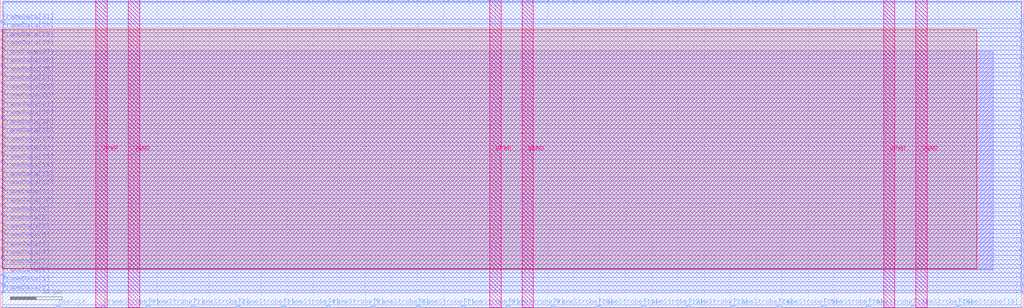
<source format=lef>
VERSION 5.7 ;
  NOWIREEXTENSIONATPIN ON ;
  DIVIDERCHAR "/" ;
  BUSBITCHARS "[]" ;
MACRO S_term_DSP
  CLASS BLOCK ;
  FOREIGN S_term_DSP ;
  ORIGIN 0.000 0.000 ;
  SIZE 196.320 BY 59.220 ;
  PIN FrameData[0]
    DIRECTION INPUT ;
    USE SIGNAL ;
    ANTENNAGATEAREA 0.180700 ;
    PORT
      LAYER Metal2 ;
        RECT 0.000 2.740 0.450 3.140 ;
    END
  END FrameData[0]
  PIN FrameData[10]
    DIRECTION INPUT ;
    USE SIGNAL ;
    ANTENNAGATEAREA 0.180700 ;
    PORT
      LAYER Metal2 ;
        RECT 0.000 19.540 0.450 19.940 ;
    END
  END FrameData[10]
  PIN FrameData[11]
    DIRECTION INPUT ;
    USE SIGNAL ;
    ANTENNAGATEAREA 0.180700 ;
    PORT
      LAYER Metal2 ;
        RECT 0.000 21.220 0.450 21.620 ;
    END
  END FrameData[11]
  PIN FrameData[12]
    DIRECTION INPUT ;
    USE SIGNAL ;
    ANTENNAGATEAREA 0.180700 ;
    PORT
      LAYER Metal2 ;
        RECT 0.000 22.900 0.450 23.300 ;
    END
  END FrameData[12]
  PIN FrameData[13]
    DIRECTION INPUT ;
    USE SIGNAL ;
    ANTENNAGATEAREA 0.180700 ;
    PORT
      LAYER Metal2 ;
        RECT 0.000 24.580 0.450 24.980 ;
    END
  END FrameData[13]
  PIN FrameData[14]
    DIRECTION INPUT ;
    USE SIGNAL ;
    ANTENNAGATEAREA 0.180700 ;
    PORT
      LAYER Metal2 ;
        RECT 0.000 26.260 0.450 26.660 ;
    END
  END FrameData[14]
  PIN FrameData[15]
    DIRECTION INPUT ;
    USE SIGNAL ;
    ANTENNAGATEAREA 0.180700 ;
    PORT
      LAYER Metal2 ;
        RECT 0.000 27.940 0.450 28.340 ;
    END
  END FrameData[15]
  PIN FrameData[16]
    DIRECTION INPUT ;
    USE SIGNAL ;
    ANTENNAGATEAREA 0.180700 ;
    PORT
      LAYER Metal2 ;
        RECT 0.000 29.620 0.450 30.020 ;
    END
  END FrameData[16]
  PIN FrameData[17]
    DIRECTION INPUT ;
    USE SIGNAL ;
    ANTENNAGATEAREA 0.180700 ;
    PORT
      LAYER Metal2 ;
        RECT 0.000 31.300 0.450 31.700 ;
    END
  END FrameData[17]
  PIN FrameData[18]
    DIRECTION INPUT ;
    USE SIGNAL ;
    ANTENNAGATEAREA 0.180700 ;
    PORT
      LAYER Metal2 ;
        RECT 0.000 32.980 0.450 33.380 ;
    END
  END FrameData[18]
  PIN FrameData[19]
    DIRECTION INPUT ;
    USE SIGNAL ;
    ANTENNAGATEAREA 0.180700 ;
    PORT
      LAYER Metal2 ;
        RECT 0.000 34.660 0.450 35.060 ;
    END
  END FrameData[19]
  PIN FrameData[1]
    DIRECTION INPUT ;
    USE SIGNAL ;
    ANTENNAGATEAREA 0.180700 ;
    PORT
      LAYER Metal2 ;
        RECT 0.000 4.420 0.450 4.820 ;
    END
  END FrameData[1]
  PIN FrameData[20]
    DIRECTION INPUT ;
    USE SIGNAL ;
    ANTENNAGATEAREA 0.180700 ;
    PORT
      LAYER Metal2 ;
        RECT 0.000 36.340 0.450 36.740 ;
    END
  END FrameData[20]
  PIN FrameData[21]
    DIRECTION INPUT ;
    USE SIGNAL ;
    ANTENNAGATEAREA 0.180700 ;
    PORT
      LAYER Metal2 ;
        RECT 0.000 38.020 0.450 38.420 ;
    END
  END FrameData[21]
  PIN FrameData[22]
    DIRECTION INPUT ;
    USE SIGNAL ;
    ANTENNAGATEAREA 0.180700 ;
    PORT
      LAYER Metal2 ;
        RECT 0.000 39.700 0.450 40.100 ;
    END
  END FrameData[22]
  PIN FrameData[23]
    DIRECTION INPUT ;
    USE SIGNAL ;
    ANTENNAGATEAREA 0.180700 ;
    PORT
      LAYER Metal2 ;
        RECT 0.000 41.380 0.450 41.780 ;
    END
  END FrameData[23]
  PIN FrameData[24]
    DIRECTION INPUT ;
    USE SIGNAL ;
    ANTENNAGATEAREA 0.180700 ;
    PORT
      LAYER Metal2 ;
        RECT 0.000 43.060 0.450 43.460 ;
    END
  END FrameData[24]
  PIN FrameData[25]
    DIRECTION INPUT ;
    USE SIGNAL ;
    ANTENNAGATEAREA 0.180700 ;
    PORT
      LAYER Metal2 ;
        RECT 0.000 44.740 0.450 45.140 ;
    END
  END FrameData[25]
  PIN FrameData[26]
    DIRECTION INPUT ;
    USE SIGNAL ;
    ANTENNAGATEAREA 0.180700 ;
    PORT
      LAYER Metal2 ;
        RECT 0.000 46.420 0.450 46.820 ;
    END
  END FrameData[26]
  PIN FrameData[27]
    DIRECTION INPUT ;
    USE SIGNAL ;
    ANTENNAGATEAREA 0.180700 ;
    PORT
      LAYER Metal2 ;
        RECT 0.000 48.100 0.450 48.500 ;
    END
  END FrameData[27]
  PIN FrameData[28]
    DIRECTION INPUT ;
    USE SIGNAL ;
    ANTENNAGATEAREA 0.180700 ;
    PORT
      LAYER Metal2 ;
        RECT 0.000 49.780 0.450 50.180 ;
    END
  END FrameData[28]
  PIN FrameData[29]
    DIRECTION INPUT ;
    USE SIGNAL ;
    ANTENNAGATEAREA 0.180700 ;
    PORT
      LAYER Metal2 ;
        RECT 0.000 51.460 0.450 51.860 ;
    END
  END FrameData[29]
  PIN FrameData[2]
    DIRECTION INPUT ;
    USE SIGNAL ;
    ANTENNAGATEAREA 0.180700 ;
    PORT
      LAYER Metal2 ;
        RECT 0.000 6.100 0.450 6.500 ;
    END
  END FrameData[2]
  PIN FrameData[30]
    DIRECTION INPUT ;
    USE SIGNAL ;
    ANTENNAGATEAREA 0.180700 ;
    PORT
      LAYER Metal2 ;
        RECT 0.000 53.140 0.450 53.540 ;
    END
  END FrameData[30]
  PIN FrameData[31]
    DIRECTION INPUT ;
    USE SIGNAL ;
    ANTENNAGATEAREA 0.180700 ;
    PORT
      LAYER Metal2 ;
        RECT 0.000 54.820 0.450 55.220 ;
    END
  END FrameData[31]
  PIN FrameData[3]
    DIRECTION INPUT ;
    USE SIGNAL ;
    ANTENNAGATEAREA 0.180700 ;
    PORT
      LAYER Metal2 ;
        RECT 0.000 7.780 0.450 8.180 ;
    END
  END FrameData[3]
  PIN FrameData[4]
    DIRECTION INPUT ;
    USE SIGNAL ;
    ANTENNAGATEAREA 0.180700 ;
    PORT
      LAYER Metal2 ;
        RECT 0.000 9.460 0.450 9.860 ;
    END
  END FrameData[4]
  PIN FrameData[5]
    DIRECTION INPUT ;
    USE SIGNAL ;
    ANTENNAGATEAREA 0.180700 ;
    PORT
      LAYER Metal2 ;
        RECT 0.000 11.140 0.450 11.540 ;
    END
  END FrameData[5]
  PIN FrameData[6]
    DIRECTION INPUT ;
    USE SIGNAL ;
    ANTENNAGATEAREA 0.180700 ;
    PORT
      LAYER Metal2 ;
        RECT 0.000 12.820 0.450 13.220 ;
    END
  END FrameData[6]
  PIN FrameData[7]
    DIRECTION INPUT ;
    USE SIGNAL ;
    ANTENNAGATEAREA 0.180700 ;
    PORT
      LAYER Metal2 ;
        RECT 0.000 14.500 0.450 14.900 ;
    END
  END FrameData[7]
  PIN FrameData[8]
    DIRECTION INPUT ;
    USE SIGNAL ;
    ANTENNAGATEAREA 0.180700 ;
    PORT
      LAYER Metal2 ;
        RECT 0.000 16.180 0.450 16.580 ;
    END
  END FrameData[8]
  PIN FrameData[9]
    DIRECTION INPUT ;
    USE SIGNAL ;
    ANTENNAGATEAREA 0.180700 ;
    PORT
      LAYER Metal2 ;
        RECT 0.000 17.860 0.450 18.260 ;
    END
  END FrameData[9]
  PIN FrameData_O[0]
    DIRECTION OUTPUT ;
    USE SIGNAL ;
    ANTENNADIFFAREA 0.654800 ;
    PORT
      LAYER Metal2 ;
        RECT 195.870 2.740 196.320 3.140 ;
    END
  END FrameData_O[0]
  PIN FrameData_O[10]
    DIRECTION OUTPUT ;
    USE SIGNAL ;
    ANTENNADIFFAREA 0.654800 ;
    PORT
      LAYER Metal2 ;
        RECT 195.870 19.540 196.320 19.940 ;
    END
  END FrameData_O[10]
  PIN FrameData_O[11]
    DIRECTION OUTPUT ;
    USE SIGNAL ;
    ANTENNADIFFAREA 0.654800 ;
    PORT
      LAYER Metal2 ;
        RECT 195.870 21.220 196.320 21.620 ;
    END
  END FrameData_O[11]
  PIN FrameData_O[12]
    DIRECTION OUTPUT ;
    USE SIGNAL ;
    ANTENNADIFFAREA 0.654800 ;
    PORT
      LAYER Metal2 ;
        RECT 195.870 22.900 196.320 23.300 ;
    END
  END FrameData_O[12]
  PIN FrameData_O[13]
    DIRECTION OUTPUT ;
    USE SIGNAL ;
    ANTENNADIFFAREA 0.654800 ;
    PORT
      LAYER Metal2 ;
        RECT 195.870 24.580 196.320 24.980 ;
    END
  END FrameData_O[13]
  PIN FrameData_O[14]
    DIRECTION OUTPUT ;
    USE SIGNAL ;
    ANTENNADIFFAREA 0.654800 ;
    PORT
      LAYER Metal2 ;
        RECT 195.870 26.260 196.320 26.660 ;
    END
  END FrameData_O[14]
  PIN FrameData_O[15]
    DIRECTION OUTPUT ;
    USE SIGNAL ;
    ANTENNADIFFAREA 0.654800 ;
    PORT
      LAYER Metal2 ;
        RECT 195.870 27.940 196.320 28.340 ;
    END
  END FrameData_O[15]
  PIN FrameData_O[16]
    DIRECTION OUTPUT ;
    USE SIGNAL ;
    ANTENNADIFFAREA 0.654800 ;
    PORT
      LAYER Metal2 ;
        RECT 195.870 29.620 196.320 30.020 ;
    END
  END FrameData_O[16]
  PIN FrameData_O[17]
    DIRECTION OUTPUT ;
    USE SIGNAL ;
    ANTENNADIFFAREA 0.654800 ;
    PORT
      LAYER Metal2 ;
        RECT 195.870 31.300 196.320 31.700 ;
    END
  END FrameData_O[17]
  PIN FrameData_O[18]
    DIRECTION OUTPUT ;
    USE SIGNAL ;
    ANTENNADIFFAREA 0.654800 ;
    PORT
      LAYER Metal2 ;
        RECT 195.870 32.980 196.320 33.380 ;
    END
  END FrameData_O[18]
  PIN FrameData_O[19]
    DIRECTION OUTPUT ;
    USE SIGNAL ;
    ANTENNADIFFAREA 0.654800 ;
    PORT
      LAYER Metal2 ;
        RECT 195.870 34.660 196.320 35.060 ;
    END
  END FrameData_O[19]
  PIN FrameData_O[1]
    DIRECTION OUTPUT ;
    USE SIGNAL ;
    ANTENNADIFFAREA 0.654800 ;
    PORT
      LAYER Metal2 ;
        RECT 195.870 4.420 196.320 4.820 ;
    END
  END FrameData_O[1]
  PIN FrameData_O[20]
    DIRECTION OUTPUT ;
    USE SIGNAL ;
    ANTENNADIFFAREA 0.654800 ;
    PORT
      LAYER Metal2 ;
        RECT 195.870 36.340 196.320 36.740 ;
    END
  END FrameData_O[20]
  PIN FrameData_O[21]
    DIRECTION OUTPUT ;
    USE SIGNAL ;
    ANTENNADIFFAREA 0.654800 ;
    PORT
      LAYER Metal2 ;
        RECT 195.870 38.020 196.320 38.420 ;
    END
  END FrameData_O[21]
  PIN FrameData_O[22]
    DIRECTION OUTPUT ;
    USE SIGNAL ;
    ANTENNADIFFAREA 0.654800 ;
    PORT
      LAYER Metal2 ;
        RECT 195.870 39.700 196.320 40.100 ;
    END
  END FrameData_O[22]
  PIN FrameData_O[23]
    DIRECTION OUTPUT ;
    USE SIGNAL ;
    ANTENNADIFFAREA 0.654800 ;
    PORT
      LAYER Metal2 ;
        RECT 195.870 41.380 196.320 41.780 ;
    END
  END FrameData_O[23]
  PIN FrameData_O[24]
    DIRECTION OUTPUT ;
    USE SIGNAL ;
    ANTENNADIFFAREA 0.654800 ;
    PORT
      LAYER Metal2 ;
        RECT 195.870 43.060 196.320 43.460 ;
    END
  END FrameData_O[24]
  PIN FrameData_O[25]
    DIRECTION OUTPUT ;
    USE SIGNAL ;
    ANTENNADIFFAREA 0.654800 ;
    PORT
      LAYER Metal2 ;
        RECT 195.870 44.740 196.320 45.140 ;
    END
  END FrameData_O[25]
  PIN FrameData_O[26]
    DIRECTION OUTPUT ;
    USE SIGNAL ;
    ANTENNADIFFAREA 0.654800 ;
    PORT
      LAYER Metal2 ;
        RECT 195.870 46.420 196.320 46.820 ;
    END
  END FrameData_O[26]
  PIN FrameData_O[27]
    DIRECTION OUTPUT ;
    USE SIGNAL ;
    ANTENNADIFFAREA 0.654800 ;
    PORT
      LAYER Metal2 ;
        RECT 195.870 48.100 196.320 48.500 ;
    END
  END FrameData_O[27]
  PIN FrameData_O[28]
    DIRECTION OUTPUT ;
    USE SIGNAL ;
    ANTENNADIFFAREA 0.654800 ;
    PORT
      LAYER Metal2 ;
        RECT 195.870 49.780 196.320 50.180 ;
    END
  END FrameData_O[28]
  PIN FrameData_O[29]
    DIRECTION OUTPUT ;
    USE SIGNAL ;
    ANTENNADIFFAREA 0.654800 ;
    PORT
      LAYER Metal2 ;
        RECT 195.870 51.460 196.320 51.860 ;
    END
  END FrameData_O[29]
  PIN FrameData_O[2]
    DIRECTION OUTPUT ;
    USE SIGNAL ;
    ANTENNADIFFAREA 0.654800 ;
    PORT
      LAYER Metal2 ;
        RECT 195.870 6.100 196.320 6.500 ;
    END
  END FrameData_O[2]
  PIN FrameData_O[30]
    DIRECTION OUTPUT ;
    USE SIGNAL ;
    ANTENNADIFFAREA 0.654800 ;
    PORT
      LAYER Metal2 ;
        RECT 195.870 53.140 196.320 53.540 ;
    END
  END FrameData_O[30]
  PIN FrameData_O[31]
    DIRECTION OUTPUT ;
    USE SIGNAL ;
    ANTENNADIFFAREA 0.654800 ;
    PORT
      LAYER Metal2 ;
        RECT 195.870 54.820 196.320 55.220 ;
    END
  END FrameData_O[31]
  PIN FrameData_O[3]
    DIRECTION OUTPUT ;
    USE SIGNAL ;
    ANTENNADIFFAREA 0.654800 ;
    PORT
      LAYER Metal2 ;
        RECT 195.870 7.780 196.320 8.180 ;
    END
  END FrameData_O[3]
  PIN FrameData_O[4]
    DIRECTION OUTPUT ;
    USE SIGNAL ;
    ANTENNADIFFAREA 0.654800 ;
    PORT
      LAYER Metal2 ;
        RECT 195.870 9.460 196.320 9.860 ;
    END
  END FrameData_O[4]
  PIN FrameData_O[5]
    DIRECTION OUTPUT ;
    USE SIGNAL ;
    ANTENNADIFFAREA 0.654800 ;
    PORT
      LAYER Metal2 ;
        RECT 195.870 11.140 196.320 11.540 ;
    END
  END FrameData_O[5]
  PIN FrameData_O[6]
    DIRECTION OUTPUT ;
    USE SIGNAL ;
    ANTENNADIFFAREA 0.654800 ;
    PORT
      LAYER Metal2 ;
        RECT 195.870 12.820 196.320 13.220 ;
    END
  END FrameData_O[6]
  PIN FrameData_O[7]
    DIRECTION OUTPUT ;
    USE SIGNAL ;
    ANTENNADIFFAREA 0.654800 ;
    PORT
      LAYER Metal2 ;
        RECT 195.870 14.500 196.320 14.900 ;
    END
  END FrameData_O[7]
  PIN FrameData_O[8]
    DIRECTION OUTPUT ;
    USE SIGNAL ;
    ANTENNADIFFAREA 0.654800 ;
    PORT
      LAYER Metal2 ;
        RECT 195.870 16.180 196.320 16.580 ;
    END
  END FrameData_O[8]
  PIN FrameData_O[9]
    DIRECTION OUTPUT ;
    USE SIGNAL ;
    ANTENNADIFFAREA 0.654800 ;
    PORT
      LAYER Metal2 ;
        RECT 195.870 17.860 196.320 18.260 ;
    END
  END FrameData_O[9]
  PIN FrameStrobe[0]
    DIRECTION INPUT ;
    USE SIGNAL ;
    ANTENNAGATEAREA 0.180700 ;
    PORT
      LAYER Metal3 ;
        RECT 19.480 0.000 19.880 0.400 ;
    END
  END FrameStrobe[0]
  PIN FrameStrobe[10]
    DIRECTION INPUT ;
    USE SIGNAL ;
    ANTENNAGATEAREA 0.180700 ;
    PORT
      LAYER Metal3 ;
        RECT 105.880 0.000 106.280 0.400 ;
    END
  END FrameStrobe[10]
  PIN FrameStrobe[11]
    DIRECTION INPUT ;
    USE SIGNAL ;
    ANTENNAGATEAREA 0.180700 ;
    PORT
      LAYER Metal3 ;
        RECT 114.520 0.000 114.920 0.400 ;
    END
  END FrameStrobe[11]
  PIN FrameStrobe[12]
    DIRECTION INPUT ;
    USE SIGNAL ;
    ANTENNAGATEAREA 0.180700 ;
    PORT
      LAYER Metal3 ;
        RECT 123.160 0.000 123.560 0.400 ;
    END
  END FrameStrobe[12]
  PIN FrameStrobe[13]
    DIRECTION INPUT ;
    USE SIGNAL ;
    ANTENNAGATEAREA 0.180700 ;
    PORT
      LAYER Metal3 ;
        RECT 131.800 0.000 132.200 0.400 ;
    END
  END FrameStrobe[13]
  PIN FrameStrobe[14]
    DIRECTION INPUT ;
    USE SIGNAL ;
    ANTENNAGATEAREA 0.180700 ;
    PORT
      LAYER Metal3 ;
        RECT 140.440 0.000 140.840 0.400 ;
    END
  END FrameStrobe[14]
  PIN FrameStrobe[15]
    DIRECTION INPUT ;
    USE SIGNAL ;
    ANTENNAGATEAREA 0.180700 ;
    PORT
      LAYER Metal3 ;
        RECT 149.080 0.000 149.480 0.400 ;
    END
  END FrameStrobe[15]
  PIN FrameStrobe[16]
    DIRECTION INPUT ;
    USE SIGNAL ;
    ANTENNAGATEAREA 0.180700 ;
    PORT
      LAYER Metal3 ;
        RECT 157.720 0.000 158.120 0.400 ;
    END
  END FrameStrobe[16]
  PIN FrameStrobe[17]
    DIRECTION INPUT ;
    USE SIGNAL ;
    ANTENNAGATEAREA 0.180700 ;
    PORT
      LAYER Metal3 ;
        RECT 166.360 0.000 166.760 0.400 ;
    END
  END FrameStrobe[17]
  PIN FrameStrobe[18]
    DIRECTION INPUT ;
    USE SIGNAL ;
    ANTENNAGATEAREA 0.180700 ;
    PORT
      LAYER Metal3 ;
        RECT 175.000 0.000 175.400 0.400 ;
    END
  END FrameStrobe[18]
  PIN FrameStrobe[19]
    DIRECTION INPUT ;
    USE SIGNAL ;
    ANTENNAGATEAREA 0.180700 ;
    PORT
      LAYER Metal3 ;
        RECT 183.640 0.000 184.040 0.400 ;
    END
  END FrameStrobe[19]
  PIN FrameStrobe[1]
    DIRECTION INPUT ;
    USE SIGNAL ;
    ANTENNAGATEAREA 0.180700 ;
    PORT
      LAYER Metal3 ;
        RECT 28.120 0.000 28.520 0.400 ;
    END
  END FrameStrobe[1]
  PIN FrameStrobe[2]
    DIRECTION INPUT ;
    USE SIGNAL ;
    ANTENNAGATEAREA 0.180700 ;
    PORT
      LAYER Metal3 ;
        RECT 36.760 0.000 37.160 0.400 ;
    END
  END FrameStrobe[2]
  PIN FrameStrobe[3]
    DIRECTION INPUT ;
    USE SIGNAL ;
    ANTENNAGATEAREA 0.180700 ;
    PORT
      LAYER Metal3 ;
        RECT 45.400 0.000 45.800 0.400 ;
    END
  END FrameStrobe[3]
  PIN FrameStrobe[4]
    DIRECTION INPUT ;
    USE SIGNAL ;
    ANTENNAGATEAREA 0.180700 ;
    PORT
      LAYER Metal3 ;
        RECT 54.040 0.000 54.440 0.400 ;
    END
  END FrameStrobe[4]
  PIN FrameStrobe[5]
    DIRECTION INPUT ;
    USE SIGNAL ;
    ANTENNAGATEAREA 0.180700 ;
    PORT
      LAYER Metal3 ;
        RECT 62.680 0.000 63.080 0.400 ;
    END
  END FrameStrobe[5]
  PIN FrameStrobe[6]
    DIRECTION INPUT ;
    USE SIGNAL ;
    ANTENNAGATEAREA 0.180700 ;
    PORT
      LAYER Metal3 ;
        RECT 71.320 0.000 71.720 0.400 ;
    END
  END FrameStrobe[6]
  PIN FrameStrobe[7]
    DIRECTION INPUT ;
    USE SIGNAL ;
    ANTENNAGATEAREA 0.180700 ;
    PORT
      LAYER Metal3 ;
        RECT 79.960 0.000 80.360 0.400 ;
    END
  END FrameStrobe[7]
  PIN FrameStrobe[8]
    DIRECTION INPUT ;
    USE SIGNAL ;
    ANTENNAGATEAREA 0.180700 ;
    PORT
      LAYER Metal3 ;
        RECT 88.600 0.000 89.000 0.400 ;
    END
  END FrameStrobe[8]
  PIN FrameStrobe[9]
    DIRECTION INPUT ;
    USE SIGNAL ;
    ANTENNAGATEAREA 0.180700 ;
    PORT
      LAYER Metal3 ;
        RECT 97.240 0.000 97.640 0.400 ;
    END
  END FrameStrobe[9]
  PIN FrameStrobe_O[0]
    DIRECTION OUTPUT ;
    USE SIGNAL ;
    ANTENNADIFFAREA 0.654800 ;
    PORT
      LAYER Metal3 ;
        RECT 138.520 58.820 138.920 59.220 ;
    END
  END FrameStrobe_O[0]
  PIN FrameStrobe_O[10]
    DIRECTION OUTPUT ;
    USE SIGNAL ;
    ANTENNADIFFAREA 0.654800 ;
    PORT
      LAYER Metal3 ;
        RECT 148.120 58.820 148.520 59.220 ;
    END
  END FrameStrobe_O[10]
  PIN FrameStrobe_O[11]
    DIRECTION OUTPUT ;
    USE SIGNAL ;
    ANTENNADIFFAREA 0.654800 ;
    PORT
      LAYER Metal3 ;
        RECT 149.080 58.820 149.480 59.220 ;
    END
  END FrameStrobe_O[11]
  PIN FrameStrobe_O[12]
    DIRECTION OUTPUT ;
    USE SIGNAL ;
    ANTENNADIFFAREA 0.654800 ;
    PORT
      LAYER Metal3 ;
        RECT 150.040 58.820 150.440 59.220 ;
    END
  END FrameStrobe_O[12]
  PIN FrameStrobe_O[13]
    DIRECTION OUTPUT ;
    USE SIGNAL ;
    ANTENNADIFFAREA 0.654800 ;
    PORT
      LAYER Metal3 ;
        RECT 151.000 58.820 151.400 59.220 ;
    END
  END FrameStrobe_O[13]
  PIN FrameStrobe_O[14]
    DIRECTION OUTPUT ;
    USE SIGNAL ;
    ANTENNADIFFAREA 0.654800 ;
    PORT
      LAYER Metal3 ;
        RECT 151.960 58.820 152.360 59.220 ;
    END
  END FrameStrobe_O[14]
  PIN FrameStrobe_O[15]
    DIRECTION OUTPUT ;
    USE SIGNAL ;
    ANTENNADIFFAREA 0.654800 ;
    PORT
      LAYER Metal3 ;
        RECT 152.920 58.820 153.320 59.220 ;
    END
  END FrameStrobe_O[15]
  PIN FrameStrobe_O[16]
    DIRECTION OUTPUT ;
    USE SIGNAL ;
    ANTENNADIFFAREA 0.654800 ;
    PORT
      LAYER Metal3 ;
        RECT 153.880 58.820 154.280 59.220 ;
    END
  END FrameStrobe_O[16]
  PIN FrameStrobe_O[17]
    DIRECTION OUTPUT ;
    USE SIGNAL ;
    ANTENNADIFFAREA 0.654800 ;
    PORT
      LAYER Metal3 ;
        RECT 154.840 58.820 155.240 59.220 ;
    END
  END FrameStrobe_O[17]
  PIN FrameStrobe_O[18]
    DIRECTION OUTPUT ;
    USE SIGNAL ;
    ANTENNADIFFAREA 0.654800 ;
    PORT
      LAYER Metal3 ;
        RECT 155.800 58.820 156.200 59.220 ;
    END
  END FrameStrobe_O[18]
  PIN FrameStrobe_O[19]
    DIRECTION OUTPUT ;
    USE SIGNAL ;
    ANTENNADIFFAREA 0.654800 ;
    PORT
      LAYER Metal3 ;
        RECT 156.760 58.820 157.160 59.220 ;
    END
  END FrameStrobe_O[19]
  PIN FrameStrobe_O[1]
    DIRECTION OUTPUT ;
    USE SIGNAL ;
    ANTENNADIFFAREA 0.654800 ;
    PORT
      LAYER Metal3 ;
        RECT 139.480 58.820 139.880 59.220 ;
    END
  END FrameStrobe_O[1]
  PIN FrameStrobe_O[2]
    DIRECTION OUTPUT ;
    USE SIGNAL ;
    ANTENNADIFFAREA 0.654800 ;
    PORT
      LAYER Metal3 ;
        RECT 140.440 58.820 140.840 59.220 ;
    END
  END FrameStrobe_O[2]
  PIN FrameStrobe_O[3]
    DIRECTION OUTPUT ;
    USE SIGNAL ;
    ANTENNADIFFAREA 0.654800 ;
    PORT
      LAYER Metal3 ;
        RECT 141.400 58.820 141.800 59.220 ;
    END
  END FrameStrobe_O[3]
  PIN FrameStrobe_O[4]
    DIRECTION OUTPUT ;
    USE SIGNAL ;
    ANTENNADIFFAREA 0.654800 ;
    PORT
      LAYER Metal3 ;
        RECT 142.360 58.820 142.760 59.220 ;
    END
  END FrameStrobe_O[4]
  PIN FrameStrobe_O[5]
    DIRECTION OUTPUT ;
    USE SIGNAL ;
    ANTENNADIFFAREA 0.654800 ;
    PORT
      LAYER Metal3 ;
        RECT 143.320 58.820 143.720 59.220 ;
    END
  END FrameStrobe_O[5]
  PIN FrameStrobe_O[6]
    DIRECTION OUTPUT ;
    USE SIGNAL ;
    ANTENNADIFFAREA 0.654800 ;
    PORT
      LAYER Metal3 ;
        RECT 144.280 58.820 144.680 59.220 ;
    END
  END FrameStrobe_O[6]
  PIN FrameStrobe_O[7]
    DIRECTION OUTPUT ;
    USE SIGNAL ;
    ANTENNADIFFAREA 0.654800 ;
    PORT
      LAYER Metal3 ;
        RECT 145.240 58.820 145.640 59.220 ;
    END
  END FrameStrobe_O[7]
  PIN FrameStrobe_O[8]
    DIRECTION OUTPUT ;
    USE SIGNAL ;
    ANTENNADIFFAREA 0.654800 ;
    PORT
      LAYER Metal3 ;
        RECT 146.200 58.820 146.600 59.220 ;
    END
  END FrameStrobe_O[8]
  PIN FrameStrobe_O[9]
    DIRECTION OUTPUT ;
    USE SIGNAL ;
    ANTENNADIFFAREA 0.654800 ;
    PORT
      LAYER Metal3 ;
        RECT 147.160 58.820 147.560 59.220 ;
    END
  END FrameStrobe_O[9]
  PIN N1BEG[0]
    DIRECTION OUTPUT ;
    USE SIGNAL ;
    ANTENNADIFFAREA 0.654800 ;
    PORT
      LAYER Metal3 ;
        RECT 37.720 58.820 38.120 59.220 ;
    END
  END N1BEG[0]
  PIN N1BEG[1]
    DIRECTION OUTPUT ;
    USE SIGNAL ;
    ANTENNADIFFAREA 0.654800 ;
    PORT
      LAYER Metal3 ;
        RECT 38.680 58.820 39.080 59.220 ;
    END
  END N1BEG[1]
  PIN N1BEG[2]
    DIRECTION OUTPUT ;
    USE SIGNAL ;
    ANTENNADIFFAREA 0.654800 ;
    PORT
      LAYER Metal3 ;
        RECT 39.640 58.820 40.040 59.220 ;
    END
  END N1BEG[2]
  PIN N1BEG[3]
    DIRECTION OUTPUT ;
    USE SIGNAL ;
    ANTENNADIFFAREA 0.654800 ;
    PORT
      LAYER Metal3 ;
        RECT 40.600 58.820 41.000 59.220 ;
    END
  END N1BEG[3]
  PIN N2BEG[0]
    DIRECTION OUTPUT ;
    USE SIGNAL ;
    ANTENNADIFFAREA 0.654800 ;
    PORT
      LAYER Metal3 ;
        RECT 41.560 58.820 41.960 59.220 ;
    END
  END N2BEG[0]
  PIN N2BEG[1]
    DIRECTION OUTPUT ;
    USE SIGNAL ;
    ANTENNADIFFAREA 0.654800 ;
    PORT
      LAYER Metal3 ;
        RECT 42.520 58.820 42.920 59.220 ;
    END
  END N2BEG[1]
  PIN N2BEG[2]
    DIRECTION OUTPUT ;
    USE SIGNAL ;
    ANTENNADIFFAREA 0.654800 ;
    PORT
      LAYER Metal3 ;
        RECT 43.480 58.820 43.880 59.220 ;
    END
  END N2BEG[2]
  PIN N2BEG[3]
    DIRECTION OUTPUT ;
    USE SIGNAL ;
    ANTENNADIFFAREA 0.654800 ;
    PORT
      LAYER Metal3 ;
        RECT 44.440 58.820 44.840 59.220 ;
    END
  END N2BEG[3]
  PIN N2BEG[4]
    DIRECTION OUTPUT ;
    USE SIGNAL ;
    ANTENNADIFFAREA 0.654800 ;
    PORT
      LAYER Metal3 ;
        RECT 45.400 58.820 45.800 59.220 ;
    END
  END N2BEG[4]
  PIN N2BEG[5]
    DIRECTION OUTPUT ;
    USE SIGNAL ;
    ANTENNADIFFAREA 0.654800 ;
    PORT
      LAYER Metal3 ;
        RECT 46.360 58.820 46.760 59.220 ;
    END
  END N2BEG[5]
  PIN N2BEG[6]
    DIRECTION OUTPUT ;
    USE SIGNAL ;
    ANTENNADIFFAREA 0.654800 ;
    PORT
      LAYER Metal3 ;
        RECT 47.320 58.820 47.720 59.220 ;
    END
  END N2BEG[6]
  PIN N2BEG[7]
    DIRECTION OUTPUT ;
    USE SIGNAL ;
    ANTENNADIFFAREA 0.654800 ;
    PORT
      LAYER Metal3 ;
        RECT 48.280 58.820 48.680 59.220 ;
    END
  END N2BEG[7]
  PIN N2BEGb[0]
    DIRECTION OUTPUT ;
    USE SIGNAL ;
    ANTENNADIFFAREA 0.654800 ;
    PORT
      LAYER Metal3 ;
        RECT 49.240 58.820 49.640 59.220 ;
    END
  END N2BEGb[0]
  PIN N2BEGb[1]
    DIRECTION OUTPUT ;
    USE SIGNAL ;
    ANTENNADIFFAREA 0.654800 ;
    PORT
      LAYER Metal3 ;
        RECT 50.200 58.820 50.600 59.220 ;
    END
  END N2BEGb[1]
  PIN N2BEGb[2]
    DIRECTION OUTPUT ;
    USE SIGNAL ;
    ANTENNADIFFAREA 0.654800 ;
    PORT
      LAYER Metal3 ;
        RECT 51.160 58.820 51.560 59.220 ;
    END
  END N2BEGb[2]
  PIN N2BEGb[3]
    DIRECTION OUTPUT ;
    USE SIGNAL ;
    ANTENNADIFFAREA 0.654800 ;
    PORT
      LAYER Metal3 ;
        RECT 52.120 58.820 52.520 59.220 ;
    END
  END N2BEGb[3]
  PIN N2BEGb[4]
    DIRECTION OUTPUT ;
    USE SIGNAL ;
    ANTENNADIFFAREA 0.654800 ;
    PORT
      LAYER Metal3 ;
        RECT 53.080 58.820 53.480 59.220 ;
    END
  END N2BEGb[4]
  PIN N2BEGb[5]
    DIRECTION OUTPUT ;
    USE SIGNAL ;
    ANTENNADIFFAREA 0.654800 ;
    PORT
      LAYER Metal3 ;
        RECT 54.040 58.820 54.440 59.220 ;
    END
  END N2BEGb[5]
  PIN N2BEGb[6]
    DIRECTION OUTPUT ;
    USE SIGNAL ;
    ANTENNADIFFAREA 0.654800 ;
    PORT
      LAYER Metal3 ;
        RECT 55.000 58.820 55.400 59.220 ;
    END
  END N2BEGb[6]
  PIN N2BEGb[7]
    DIRECTION OUTPUT ;
    USE SIGNAL ;
    ANTENNADIFFAREA 0.654800 ;
    PORT
      LAYER Metal3 ;
        RECT 55.960 58.820 56.360 59.220 ;
    END
  END N2BEGb[7]
  PIN N4BEG[0]
    DIRECTION OUTPUT ;
    USE SIGNAL ;
    ANTENNADIFFAREA 0.654800 ;
    PORT
      LAYER Metal3 ;
        RECT 56.920 58.820 57.320 59.220 ;
    END
  END N4BEG[0]
  PIN N4BEG[10]
    DIRECTION OUTPUT ;
    USE SIGNAL ;
    ANTENNADIFFAREA 0.654800 ;
    PORT
      LAYER Metal3 ;
        RECT 66.520 58.820 66.920 59.220 ;
    END
  END N4BEG[10]
  PIN N4BEG[11]
    DIRECTION OUTPUT ;
    USE SIGNAL ;
    ANTENNADIFFAREA 0.654800 ;
    PORT
      LAYER Metal3 ;
        RECT 67.480 58.820 67.880 59.220 ;
    END
  END N4BEG[11]
  PIN N4BEG[12]
    DIRECTION OUTPUT ;
    USE SIGNAL ;
    ANTENNADIFFAREA 0.654800 ;
    PORT
      LAYER Metal3 ;
        RECT 68.440 58.820 68.840 59.220 ;
    END
  END N4BEG[12]
  PIN N4BEG[13]
    DIRECTION OUTPUT ;
    USE SIGNAL ;
    ANTENNADIFFAREA 0.654800 ;
    PORT
      LAYER Metal3 ;
        RECT 69.400 58.820 69.800 59.220 ;
    END
  END N4BEG[13]
  PIN N4BEG[14]
    DIRECTION OUTPUT ;
    USE SIGNAL ;
    ANTENNADIFFAREA 0.654800 ;
    PORT
      LAYER Metal3 ;
        RECT 70.360 58.820 70.760 59.220 ;
    END
  END N4BEG[14]
  PIN N4BEG[15]
    DIRECTION OUTPUT ;
    USE SIGNAL ;
    ANTENNADIFFAREA 0.654800 ;
    PORT
      LAYER Metal3 ;
        RECT 71.320 58.820 71.720 59.220 ;
    END
  END N4BEG[15]
  PIN N4BEG[1]
    DIRECTION OUTPUT ;
    USE SIGNAL ;
    ANTENNADIFFAREA 0.654800 ;
    PORT
      LAYER Metal3 ;
        RECT 57.880 58.820 58.280 59.220 ;
    END
  END N4BEG[1]
  PIN N4BEG[2]
    DIRECTION OUTPUT ;
    USE SIGNAL ;
    ANTENNADIFFAREA 0.654800 ;
    PORT
      LAYER Metal3 ;
        RECT 58.840 58.820 59.240 59.220 ;
    END
  END N4BEG[2]
  PIN N4BEG[3]
    DIRECTION OUTPUT ;
    USE SIGNAL ;
    ANTENNADIFFAREA 0.654800 ;
    PORT
      LAYER Metal3 ;
        RECT 59.800 58.820 60.200 59.220 ;
    END
  END N4BEG[3]
  PIN N4BEG[4]
    DIRECTION OUTPUT ;
    USE SIGNAL ;
    ANTENNADIFFAREA 0.654800 ;
    PORT
      LAYER Metal3 ;
        RECT 60.760 58.820 61.160 59.220 ;
    END
  END N4BEG[4]
  PIN N4BEG[5]
    DIRECTION OUTPUT ;
    USE SIGNAL ;
    ANTENNADIFFAREA 0.654800 ;
    PORT
      LAYER Metal3 ;
        RECT 61.720 58.820 62.120 59.220 ;
    END
  END N4BEG[5]
  PIN N4BEG[6]
    DIRECTION OUTPUT ;
    USE SIGNAL ;
    ANTENNADIFFAREA 0.654800 ;
    PORT
      LAYER Metal3 ;
        RECT 62.680 58.820 63.080 59.220 ;
    END
  END N4BEG[6]
  PIN N4BEG[7]
    DIRECTION OUTPUT ;
    USE SIGNAL ;
    ANTENNADIFFAREA 0.654800 ;
    PORT
      LAYER Metal3 ;
        RECT 63.640 58.820 64.040 59.220 ;
    END
  END N4BEG[7]
  PIN N4BEG[8]
    DIRECTION OUTPUT ;
    USE SIGNAL ;
    ANTENNADIFFAREA 0.654800 ;
    PORT
      LAYER Metal3 ;
        RECT 64.600 58.820 65.000 59.220 ;
    END
  END N4BEG[8]
  PIN N4BEG[9]
    DIRECTION OUTPUT ;
    USE SIGNAL ;
    ANTENNADIFFAREA 0.654800 ;
    PORT
      LAYER Metal3 ;
        RECT 65.560 58.820 65.960 59.220 ;
    END
  END N4BEG[9]
  PIN NN4BEG[0]
    DIRECTION OUTPUT ;
    USE SIGNAL ;
    ANTENNADIFFAREA 0.654800 ;
    PORT
      LAYER Metal3 ;
        RECT 72.280 58.820 72.680 59.220 ;
    END
  END NN4BEG[0]
  PIN NN4BEG[10]
    DIRECTION OUTPUT ;
    USE SIGNAL ;
    ANTENNADIFFAREA 0.654800 ;
    PORT
      LAYER Metal3 ;
        RECT 81.880 58.820 82.280 59.220 ;
    END
  END NN4BEG[10]
  PIN NN4BEG[11]
    DIRECTION OUTPUT ;
    USE SIGNAL ;
    ANTENNADIFFAREA 0.654800 ;
    PORT
      LAYER Metal3 ;
        RECT 82.840 58.820 83.240 59.220 ;
    END
  END NN4BEG[11]
  PIN NN4BEG[12]
    DIRECTION OUTPUT ;
    USE SIGNAL ;
    ANTENNADIFFAREA 0.654800 ;
    PORT
      LAYER Metal3 ;
        RECT 83.800 58.820 84.200 59.220 ;
    END
  END NN4BEG[12]
  PIN NN4BEG[13]
    DIRECTION OUTPUT ;
    USE SIGNAL ;
    ANTENNADIFFAREA 0.654800 ;
    PORT
      LAYER Metal3 ;
        RECT 84.760 58.820 85.160 59.220 ;
    END
  END NN4BEG[13]
  PIN NN4BEG[14]
    DIRECTION OUTPUT ;
    USE SIGNAL ;
    ANTENNADIFFAREA 0.654800 ;
    PORT
      LAYER Metal3 ;
        RECT 85.720 58.820 86.120 59.220 ;
    END
  END NN4BEG[14]
  PIN NN4BEG[15]
    DIRECTION OUTPUT ;
    USE SIGNAL ;
    ANTENNADIFFAREA 0.654800 ;
    PORT
      LAYER Metal3 ;
        RECT 86.680 58.820 87.080 59.220 ;
    END
  END NN4BEG[15]
  PIN NN4BEG[1]
    DIRECTION OUTPUT ;
    USE SIGNAL ;
    ANTENNADIFFAREA 0.654800 ;
    PORT
      LAYER Metal3 ;
        RECT 73.240 58.820 73.640 59.220 ;
    END
  END NN4BEG[1]
  PIN NN4BEG[2]
    DIRECTION OUTPUT ;
    USE SIGNAL ;
    ANTENNADIFFAREA 0.654800 ;
    PORT
      LAYER Metal3 ;
        RECT 74.200 58.820 74.600 59.220 ;
    END
  END NN4BEG[2]
  PIN NN4BEG[3]
    DIRECTION OUTPUT ;
    USE SIGNAL ;
    ANTENNADIFFAREA 0.654800 ;
    PORT
      LAYER Metal3 ;
        RECT 75.160 58.820 75.560 59.220 ;
    END
  END NN4BEG[3]
  PIN NN4BEG[4]
    DIRECTION OUTPUT ;
    USE SIGNAL ;
    ANTENNADIFFAREA 0.654800 ;
    PORT
      LAYER Metal3 ;
        RECT 76.120 58.820 76.520 59.220 ;
    END
  END NN4BEG[4]
  PIN NN4BEG[5]
    DIRECTION OUTPUT ;
    USE SIGNAL ;
    ANTENNADIFFAREA 0.654800 ;
    PORT
      LAYER Metal3 ;
        RECT 77.080 58.820 77.480 59.220 ;
    END
  END NN4BEG[5]
  PIN NN4BEG[6]
    DIRECTION OUTPUT ;
    USE SIGNAL ;
    ANTENNADIFFAREA 0.654800 ;
    PORT
      LAYER Metal3 ;
        RECT 78.040 58.820 78.440 59.220 ;
    END
  END NN4BEG[6]
  PIN NN4BEG[7]
    DIRECTION OUTPUT ;
    USE SIGNAL ;
    ANTENNADIFFAREA 0.654800 ;
    PORT
      LAYER Metal3 ;
        RECT 79.000 58.820 79.400 59.220 ;
    END
  END NN4BEG[7]
  PIN NN4BEG[8]
    DIRECTION OUTPUT ;
    USE SIGNAL ;
    ANTENNADIFFAREA 0.654800 ;
    PORT
      LAYER Metal3 ;
        RECT 79.960 58.820 80.360 59.220 ;
    END
  END NN4BEG[8]
  PIN NN4BEG[9]
    DIRECTION OUTPUT ;
    USE SIGNAL ;
    ANTENNADIFFAREA 0.654800 ;
    PORT
      LAYER Metal3 ;
        RECT 80.920 58.820 81.320 59.220 ;
    END
  END NN4BEG[9]
  PIN S1END[0]
    DIRECTION INPUT ;
    USE SIGNAL ;
    ANTENNAGATEAREA 0.180700 ;
    PORT
      LAYER Metal3 ;
        RECT 87.640 58.820 88.040 59.220 ;
    END
  END S1END[0]
  PIN S1END[1]
    DIRECTION INPUT ;
    USE SIGNAL ;
    ANTENNAGATEAREA 0.180700 ;
    PORT
      LAYER Metal3 ;
        RECT 88.600 58.820 89.000 59.220 ;
    END
  END S1END[1]
  PIN S1END[2]
    DIRECTION INPUT ;
    USE SIGNAL ;
    ANTENNAGATEAREA 0.180700 ;
    PORT
      LAYER Metal3 ;
        RECT 89.560 58.820 89.960 59.220 ;
    END
  END S1END[2]
  PIN S1END[3]
    DIRECTION INPUT ;
    USE SIGNAL ;
    ANTENNAGATEAREA 0.180700 ;
    PORT
      LAYER Metal3 ;
        RECT 90.520 58.820 90.920 59.220 ;
    END
  END S1END[3]
  PIN S2END[0]
    DIRECTION INPUT ;
    USE SIGNAL ;
    ANTENNAGATEAREA 0.180700 ;
    PORT
      LAYER Metal3 ;
        RECT 99.160 58.820 99.560 59.220 ;
    END
  END S2END[0]
  PIN S2END[1]
    DIRECTION INPUT ;
    USE SIGNAL ;
    ANTENNAGATEAREA 0.180700 ;
    PORT
      LAYER Metal3 ;
        RECT 100.120 58.820 100.520 59.220 ;
    END
  END S2END[1]
  PIN S2END[2]
    DIRECTION INPUT ;
    USE SIGNAL ;
    ANTENNAGATEAREA 0.180700 ;
    PORT
      LAYER Metal3 ;
        RECT 101.080 58.820 101.480 59.220 ;
    END
  END S2END[2]
  PIN S2END[3]
    DIRECTION INPUT ;
    USE SIGNAL ;
    ANTENNAGATEAREA 0.180700 ;
    PORT
      LAYER Metal3 ;
        RECT 102.040 58.820 102.440 59.220 ;
    END
  END S2END[3]
  PIN S2END[4]
    DIRECTION INPUT ;
    USE SIGNAL ;
    ANTENNAGATEAREA 0.180700 ;
    PORT
      LAYER Metal3 ;
        RECT 103.000 58.820 103.400 59.220 ;
    END
  END S2END[4]
  PIN S2END[5]
    DIRECTION INPUT ;
    USE SIGNAL ;
    ANTENNAGATEAREA 0.180700 ;
    PORT
      LAYER Metal3 ;
        RECT 103.960 58.820 104.360 59.220 ;
    END
  END S2END[5]
  PIN S2END[6]
    DIRECTION INPUT ;
    USE SIGNAL ;
    ANTENNAGATEAREA 0.180700 ;
    PORT
      LAYER Metal3 ;
        RECT 104.920 58.820 105.320 59.220 ;
    END
  END S2END[6]
  PIN S2END[7]
    DIRECTION INPUT ;
    USE SIGNAL ;
    ANTENNAGATEAREA 0.180700 ;
    PORT
      LAYER Metal3 ;
        RECT 105.880 58.820 106.280 59.220 ;
    END
  END S2END[7]
  PIN S2MID[0]
    DIRECTION INPUT ;
    USE SIGNAL ;
    ANTENNAGATEAREA 0.180700 ;
    PORT
      LAYER Metal3 ;
        RECT 91.480 58.820 91.880 59.220 ;
    END
  END S2MID[0]
  PIN S2MID[1]
    DIRECTION INPUT ;
    USE SIGNAL ;
    ANTENNAGATEAREA 0.180700 ;
    PORT
      LAYER Metal3 ;
        RECT 92.440 58.820 92.840 59.220 ;
    END
  END S2MID[1]
  PIN S2MID[2]
    DIRECTION INPUT ;
    USE SIGNAL ;
    ANTENNAGATEAREA 0.180700 ;
    PORT
      LAYER Metal3 ;
        RECT 93.400 58.820 93.800 59.220 ;
    END
  END S2MID[2]
  PIN S2MID[3]
    DIRECTION INPUT ;
    USE SIGNAL ;
    ANTENNAGATEAREA 0.180700 ;
    PORT
      LAYER Metal3 ;
        RECT 94.360 58.820 94.760 59.220 ;
    END
  END S2MID[3]
  PIN S2MID[4]
    DIRECTION INPUT ;
    USE SIGNAL ;
    ANTENNAGATEAREA 0.180700 ;
    PORT
      LAYER Metal3 ;
        RECT 95.320 58.820 95.720 59.220 ;
    END
  END S2MID[4]
  PIN S2MID[5]
    DIRECTION INPUT ;
    USE SIGNAL ;
    ANTENNAGATEAREA 0.180700 ;
    PORT
      LAYER Metal3 ;
        RECT 96.280 58.820 96.680 59.220 ;
    END
  END S2MID[5]
  PIN S2MID[6]
    DIRECTION INPUT ;
    USE SIGNAL ;
    ANTENNAGATEAREA 0.180700 ;
    PORT
      LAYER Metal3 ;
        RECT 97.240 58.820 97.640 59.220 ;
    END
  END S2MID[6]
  PIN S2MID[7]
    DIRECTION INPUT ;
    USE SIGNAL ;
    ANTENNAGATEAREA 0.180700 ;
    PORT
      LAYER Metal3 ;
        RECT 98.200 58.820 98.600 59.220 ;
    END
  END S2MID[7]
  PIN S4END[0]
    DIRECTION INPUT ;
    USE SIGNAL ;
    ANTENNAGATEAREA 0.180700 ;
    PORT
      LAYER Metal3 ;
        RECT 106.840 58.820 107.240 59.220 ;
    END
  END S4END[0]
  PIN S4END[10]
    DIRECTION INPUT ;
    USE SIGNAL ;
    ANTENNAGATEAREA 0.180700 ;
    PORT
      LAYER Metal3 ;
        RECT 116.440 58.820 116.840 59.220 ;
    END
  END S4END[10]
  PIN S4END[11]
    DIRECTION INPUT ;
    USE SIGNAL ;
    ANTENNAGATEAREA 0.180700 ;
    PORT
      LAYER Metal3 ;
        RECT 117.400 58.820 117.800 59.220 ;
    END
  END S4END[11]
  PIN S4END[12]
    DIRECTION INPUT ;
    USE SIGNAL ;
    ANTENNAGATEAREA 0.180700 ;
    PORT
      LAYER Metal3 ;
        RECT 118.360 58.820 118.760 59.220 ;
    END
  END S4END[12]
  PIN S4END[13]
    DIRECTION INPUT ;
    USE SIGNAL ;
    ANTENNAGATEAREA 0.180700 ;
    PORT
      LAYER Metal3 ;
        RECT 119.320 58.820 119.720 59.220 ;
    END
  END S4END[13]
  PIN S4END[14]
    DIRECTION INPUT ;
    USE SIGNAL ;
    ANTENNAGATEAREA 0.180700 ;
    PORT
      LAYER Metal3 ;
        RECT 120.280 58.820 120.680 59.220 ;
    END
  END S4END[14]
  PIN S4END[15]
    DIRECTION INPUT ;
    USE SIGNAL ;
    ANTENNAGATEAREA 0.180700 ;
    PORT
      LAYER Metal3 ;
        RECT 121.240 58.820 121.640 59.220 ;
    END
  END S4END[15]
  PIN S4END[1]
    DIRECTION INPUT ;
    USE SIGNAL ;
    ANTENNAGATEAREA 0.180700 ;
    PORT
      LAYER Metal3 ;
        RECT 107.800 58.820 108.200 59.220 ;
    END
  END S4END[1]
  PIN S4END[2]
    DIRECTION INPUT ;
    USE SIGNAL ;
    ANTENNAGATEAREA 0.180700 ;
    PORT
      LAYER Metal3 ;
        RECT 108.760 58.820 109.160 59.220 ;
    END
  END S4END[2]
  PIN S4END[3]
    DIRECTION INPUT ;
    USE SIGNAL ;
    ANTENNAGATEAREA 0.180700 ;
    PORT
      LAYER Metal3 ;
        RECT 109.720 58.820 110.120 59.220 ;
    END
  END S4END[3]
  PIN S4END[4]
    DIRECTION INPUT ;
    USE SIGNAL ;
    ANTENNAGATEAREA 0.180700 ;
    PORT
      LAYER Metal3 ;
        RECT 110.680 58.820 111.080 59.220 ;
    END
  END S4END[4]
  PIN S4END[5]
    DIRECTION INPUT ;
    USE SIGNAL ;
    ANTENNAGATEAREA 0.180700 ;
    PORT
      LAYER Metal3 ;
        RECT 111.640 58.820 112.040 59.220 ;
    END
  END S4END[5]
  PIN S4END[6]
    DIRECTION INPUT ;
    USE SIGNAL ;
    ANTENNAGATEAREA 0.180700 ;
    PORT
      LAYER Metal3 ;
        RECT 112.600 58.820 113.000 59.220 ;
    END
  END S4END[6]
  PIN S4END[7]
    DIRECTION INPUT ;
    USE SIGNAL ;
    ANTENNAGATEAREA 0.180700 ;
    PORT
      LAYER Metal3 ;
        RECT 113.560 58.820 113.960 59.220 ;
    END
  END S4END[7]
  PIN S4END[8]
    DIRECTION INPUT ;
    USE SIGNAL ;
    ANTENNAGATEAREA 0.180700 ;
    PORT
      LAYER Metal3 ;
        RECT 114.520 58.820 114.920 59.220 ;
    END
  END S4END[8]
  PIN S4END[9]
    DIRECTION INPUT ;
    USE SIGNAL ;
    ANTENNAGATEAREA 0.180700 ;
    PORT
      LAYER Metal3 ;
        RECT 115.480 58.820 115.880 59.220 ;
    END
  END S4END[9]
  PIN SS4END[0]
    DIRECTION INPUT ;
    USE SIGNAL ;
    ANTENNAGATEAREA 0.180700 ;
    PORT
      LAYER Metal3 ;
        RECT 122.200 58.820 122.600 59.220 ;
    END
  END SS4END[0]
  PIN SS4END[10]
    DIRECTION INPUT ;
    USE SIGNAL ;
    ANTENNAGATEAREA 0.180700 ;
    PORT
      LAYER Metal3 ;
        RECT 131.800 58.820 132.200 59.220 ;
    END
  END SS4END[10]
  PIN SS4END[11]
    DIRECTION INPUT ;
    USE SIGNAL ;
    ANTENNAGATEAREA 0.180700 ;
    PORT
      LAYER Metal3 ;
        RECT 132.760 58.820 133.160 59.220 ;
    END
  END SS4END[11]
  PIN SS4END[12]
    DIRECTION INPUT ;
    USE SIGNAL ;
    ANTENNAGATEAREA 0.180700 ;
    PORT
      LAYER Metal3 ;
        RECT 133.720 58.820 134.120 59.220 ;
    END
  END SS4END[12]
  PIN SS4END[13]
    DIRECTION INPUT ;
    USE SIGNAL ;
    ANTENNAGATEAREA 0.180700 ;
    PORT
      LAYER Metal3 ;
        RECT 134.680 58.820 135.080 59.220 ;
    END
  END SS4END[13]
  PIN SS4END[14]
    DIRECTION INPUT ;
    USE SIGNAL ;
    ANTENNAGATEAREA 0.180700 ;
    PORT
      LAYER Metal3 ;
        RECT 135.640 58.820 136.040 59.220 ;
    END
  END SS4END[14]
  PIN SS4END[15]
    DIRECTION INPUT ;
    USE SIGNAL ;
    ANTENNAGATEAREA 0.180700 ;
    PORT
      LAYER Metal3 ;
        RECT 136.600 58.820 137.000 59.220 ;
    END
  END SS4END[15]
  PIN SS4END[1]
    DIRECTION INPUT ;
    USE SIGNAL ;
    ANTENNAGATEAREA 0.180700 ;
    PORT
      LAYER Metal3 ;
        RECT 123.160 58.820 123.560 59.220 ;
    END
  END SS4END[1]
  PIN SS4END[2]
    DIRECTION INPUT ;
    USE SIGNAL ;
    ANTENNAGATEAREA 0.180700 ;
    PORT
      LAYER Metal3 ;
        RECT 124.120 58.820 124.520 59.220 ;
    END
  END SS4END[2]
  PIN SS4END[3]
    DIRECTION INPUT ;
    USE SIGNAL ;
    ANTENNAGATEAREA 0.180700 ;
    PORT
      LAYER Metal3 ;
        RECT 125.080 58.820 125.480 59.220 ;
    END
  END SS4END[3]
  PIN SS4END[4]
    DIRECTION INPUT ;
    USE SIGNAL ;
    ANTENNAGATEAREA 0.180700 ;
    PORT
      LAYER Metal3 ;
        RECT 126.040 58.820 126.440 59.220 ;
    END
  END SS4END[4]
  PIN SS4END[5]
    DIRECTION INPUT ;
    USE SIGNAL ;
    ANTENNAGATEAREA 0.180700 ;
    PORT
      LAYER Metal3 ;
        RECT 127.000 58.820 127.400 59.220 ;
    END
  END SS4END[5]
  PIN SS4END[6]
    DIRECTION INPUT ;
    USE SIGNAL ;
    ANTENNAGATEAREA 0.180700 ;
    PORT
      LAYER Metal3 ;
        RECT 127.960 58.820 128.360 59.220 ;
    END
  END SS4END[6]
  PIN SS4END[7]
    DIRECTION INPUT ;
    USE SIGNAL ;
    ANTENNAGATEAREA 0.180700 ;
    PORT
      LAYER Metal3 ;
        RECT 128.920 58.820 129.320 59.220 ;
    END
  END SS4END[7]
  PIN SS4END[8]
    DIRECTION INPUT ;
    USE SIGNAL ;
    ANTENNAGATEAREA 0.180700 ;
    PORT
      LAYER Metal3 ;
        RECT 129.880 58.820 130.280 59.220 ;
    END
  END SS4END[8]
  PIN SS4END[9]
    DIRECTION INPUT ;
    USE SIGNAL ;
    ANTENNAGATEAREA 0.180700 ;
    PORT
      LAYER Metal3 ;
        RECT 130.840 58.820 131.240 59.220 ;
    END
  END SS4END[9]
  PIN UserCLK
    DIRECTION INPUT ;
    USE SIGNAL ;
    ANTENNAGATEAREA 0.180700 ;
    PORT
      LAYER Metal3 ;
        RECT 10.840 0.000 11.240 0.400 ;
    END
  END UserCLK
  PIN UserCLKo
    DIRECTION OUTPUT ;
    USE SIGNAL ;
    ANTENNADIFFAREA 0.654800 ;
    PORT
      LAYER Metal3 ;
        RECT 137.560 58.820 137.960 59.220 ;
    END
  END UserCLKo
  PIN VGND
    DIRECTION INOUT ;
    USE GROUND ;
    PORT
      LAYER Metal5 ;
        RECT 24.460 0.000 26.660 59.220 ;
    END
    PORT
      LAYER Metal5 ;
        RECT 100.060 0.000 102.260 59.220 ;
    END
    PORT
      LAYER Metal5 ;
        RECT 175.660 0.000 177.860 59.220 ;
    END
  END VGND
  PIN VPWR
    DIRECTION INOUT ;
    USE POWER ;
    PORT
      LAYER Metal5 ;
        RECT 18.260 0.000 20.460 59.220 ;
    END
    PORT
      LAYER Metal5 ;
        RECT 93.860 0.000 96.060 59.220 ;
    END
    PORT
      LAYER Metal5 ;
        RECT 169.460 0.000 171.660 59.220 ;
    END
  END VPWR
  OBS
      LAYER GatPoly ;
        RECT 5.760 7.410 190.560 49.290 ;
      LAYER Metal1 ;
        RECT 5.760 7.340 190.560 49.360 ;
      LAYER Metal2 ;
        RECT 0.450 55.430 195.985 58.900 ;
        RECT 0.660 54.610 195.660 55.430 ;
        RECT 0.450 53.750 195.985 54.610 ;
        RECT 0.660 52.930 195.660 53.750 ;
        RECT 0.450 52.070 195.985 52.930 ;
        RECT 0.660 51.250 195.660 52.070 ;
        RECT 0.450 50.390 195.985 51.250 ;
        RECT 0.660 49.570 195.660 50.390 ;
        RECT 0.450 48.710 195.985 49.570 ;
        RECT 0.660 47.890 195.660 48.710 ;
        RECT 0.450 47.030 195.985 47.890 ;
        RECT 0.660 46.210 195.660 47.030 ;
        RECT 0.450 45.350 195.985 46.210 ;
        RECT 0.660 44.530 195.660 45.350 ;
        RECT 0.450 43.670 195.985 44.530 ;
        RECT 0.660 42.850 195.660 43.670 ;
        RECT 0.450 41.990 195.985 42.850 ;
        RECT 0.660 41.170 195.660 41.990 ;
        RECT 0.450 40.310 195.985 41.170 ;
        RECT 0.660 39.490 195.660 40.310 ;
        RECT 0.450 38.630 195.985 39.490 ;
        RECT 0.660 37.810 195.660 38.630 ;
        RECT 0.450 36.950 195.985 37.810 ;
        RECT 0.660 36.130 195.660 36.950 ;
        RECT 0.450 35.270 195.985 36.130 ;
        RECT 0.660 34.450 195.660 35.270 ;
        RECT 0.450 33.590 195.985 34.450 ;
        RECT 0.660 32.770 195.660 33.590 ;
        RECT 0.450 31.910 195.985 32.770 ;
        RECT 0.660 31.090 195.660 31.910 ;
        RECT 0.450 30.230 195.985 31.090 ;
        RECT 0.660 29.410 195.660 30.230 ;
        RECT 0.450 28.550 195.985 29.410 ;
        RECT 0.660 27.730 195.660 28.550 ;
        RECT 0.450 26.870 195.985 27.730 ;
        RECT 0.660 26.050 195.660 26.870 ;
        RECT 0.450 25.190 195.985 26.050 ;
        RECT 0.660 24.370 195.660 25.190 ;
        RECT 0.450 23.510 195.985 24.370 ;
        RECT 0.660 22.690 195.660 23.510 ;
        RECT 0.450 21.830 195.985 22.690 ;
        RECT 0.660 21.010 195.660 21.830 ;
        RECT 0.450 20.150 195.985 21.010 ;
        RECT 0.660 19.330 195.660 20.150 ;
        RECT 0.450 18.470 195.985 19.330 ;
        RECT 0.660 17.650 195.660 18.470 ;
        RECT 0.450 16.790 195.985 17.650 ;
        RECT 0.660 15.970 195.660 16.790 ;
        RECT 0.450 15.110 195.985 15.970 ;
        RECT 0.660 14.290 195.660 15.110 ;
        RECT 0.450 13.430 195.985 14.290 ;
        RECT 0.660 12.610 195.660 13.430 ;
        RECT 0.450 11.750 195.985 12.610 ;
        RECT 0.660 10.930 195.660 11.750 ;
        RECT 0.450 10.070 195.985 10.930 ;
        RECT 0.660 9.250 195.660 10.070 ;
        RECT 0.450 8.390 195.985 9.250 ;
        RECT 0.660 7.570 195.660 8.390 ;
        RECT 0.450 6.710 195.985 7.570 ;
        RECT 0.660 5.890 195.660 6.710 ;
        RECT 0.450 5.030 195.985 5.890 ;
        RECT 0.660 4.210 195.660 5.030 ;
        RECT 0.450 3.350 195.985 4.210 ;
        RECT 0.660 2.840 195.660 3.350 ;
      LAYER Metal3 ;
        RECT 0.380 58.610 37.510 58.820 ;
        RECT 38.330 58.610 38.470 58.820 ;
        RECT 39.290 58.610 39.430 58.820 ;
        RECT 40.250 58.610 40.390 58.820 ;
        RECT 41.210 58.610 41.350 58.820 ;
        RECT 42.170 58.610 42.310 58.820 ;
        RECT 43.130 58.610 43.270 58.820 ;
        RECT 44.090 58.610 44.230 58.820 ;
        RECT 45.050 58.610 45.190 58.820 ;
        RECT 46.010 58.610 46.150 58.820 ;
        RECT 46.970 58.610 47.110 58.820 ;
        RECT 47.930 58.610 48.070 58.820 ;
        RECT 48.890 58.610 49.030 58.820 ;
        RECT 49.850 58.610 49.990 58.820 ;
        RECT 50.810 58.610 50.950 58.820 ;
        RECT 51.770 58.610 51.910 58.820 ;
        RECT 52.730 58.610 52.870 58.820 ;
        RECT 53.690 58.610 53.830 58.820 ;
        RECT 54.650 58.610 54.790 58.820 ;
        RECT 55.610 58.610 55.750 58.820 ;
        RECT 56.570 58.610 56.710 58.820 ;
        RECT 57.530 58.610 57.670 58.820 ;
        RECT 58.490 58.610 58.630 58.820 ;
        RECT 59.450 58.610 59.590 58.820 ;
        RECT 60.410 58.610 60.550 58.820 ;
        RECT 61.370 58.610 61.510 58.820 ;
        RECT 62.330 58.610 62.470 58.820 ;
        RECT 63.290 58.610 63.430 58.820 ;
        RECT 64.250 58.610 64.390 58.820 ;
        RECT 65.210 58.610 65.350 58.820 ;
        RECT 66.170 58.610 66.310 58.820 ;
        RECT 67.130 58.610 67.270 58.820 ;
        RECT 68.090 58.610 68.230 58.820 ;
        RECT 69.050 58.610 69.190 58.820 ;
        RECT 70.010 58.610 70.150 58.820 ;
        RECT 70.970 58.610 71.110 58.820 ;
        RECT 71.930 58.610 72.070 58.820 ;
        RECT 72.890 58.610 73.030 58.820 ;
        RECT 73.850 58.610 73.990 58.820 ;
        RECT 74.810 58.610 74.950 58.820 ;
        RECT 75.770 58.610 75.910 58.820 ;
        RECT 76.730 58.610 76.870 58.820 ;
        RECT 77.690 58.610 77.830 58.820 ;
        RECT 78.650 58.610 78.790 58.820 ;
        RECT 79.610 58.610 79.750 58.820 ;
        RECT 80.570 58.610 80.710 58.820 ;
        RECT 81.530 58.610 81.670 58.820 ;
        RECT 82.490 58.610 82.630 58.820 ;
        RECT 83.450 58.610 83.590 58.820 ;
        RECT 84.410 58.610 84.550 58.820 ;
        RECT 85.370 58.610 85.510 58.820 ;
        RECT 86.330 58.610 86.470 58.820 ;
        RECT 87.290 58.610 87.430 58.820 ;
        RECT 88.250 58.610 88.390 58.820 ;
        RECT 89.210 58.610 89.350 58.820 ;
        RECT 90.170 58.610 90.310 58.820 ;
        RECT 91.130 58.610 91.270 58.820 ;
        RECT 92.090 58.610 92.230 58.820 ;
        RECT 93.050 58.610 93.190 58.820 ;
        RECT 94.010 58.610 94.150 58.820 ;
        RECT 94.970 58.610 95.110 58.820 ;
        RECT 95.930 58.610 96.070 58.820 ;
        RECT 96.890 58.610 97.030 58.820 ;
        RECT 97.850 58.610 97.990 58.820 ;
        RECT 98.810 58.610 98.950 58.820 ;
        RECT 99.770 58.610 99.910 58.820 ;
        RECT 100.730 58.610 100.870 58.820 ;
        RECT 101.690 58.610 101.830 58.820 ;
        RECT 102.650 58.610 102.790 58.820 ;
        RECT 103.610 58.610 103.750 58.820 ;
        RECT 104.570 58.610 104.710 58.820 ;
        RECT 105.530 58.610 105.670 58.820 ;
        RECT 106.490 58.610 106.630 58.820 ;
        RECT 107.450 58.610 107.590 58.820 ;
        RECT 108.410 58.610 108.550 58.820 ;
        RECT 109.370 58.610 109.510 58.820 ;
        RECT 110.330 58.610 110.470 58.820 ;
        RECT 111.290 58.610 111.430 58.820 ;
        RECT 112.250 58.610 112.390 58.820 ;
        RECT 113.210 58.610 113.350 58.820 ;
        RECT 114.170 58.610 114.310 58.820 ;
        RECT 115.130 58.610 115.270 58.820 ;
        RECT 116.090 58.610 116.230 58.820 ;
        RECT 117.050 58.610 117.190 58.820 ;
        RECT 118.010 58.610 118.150 58.820 ;
        RECT 118.970 58.610 119.110 58.820 ;
        RECT 119.930 58.610 120.070 58.820 ;
        RECT 120.890 58.610 121.030 58.820 ;
        RECT 121.850 58.610 121.990 58.820 ;
        RECT 122.810 58.610 122.950 58.820 ;
        RECT 123.770 58.610 123.910 58.820 ;
        RECT 124.730 58.610 124.870 58.820 ;
        RECT 125.690 58.610 125.830 58.820 ;
        RECT 126.650 58.610 126.790 58.820 ;
        RECT 127.610 58.610 127.750 58.820 ;
        RECT 128.570 58.610 128.710 58.820 ;
        RECT 129.530 58.610 129.670 58.820 ;
        RECT 130.490 58.610 130.630 58.820 ;
        RECT 131.450 58.610 131.590 58.820 ;
        RECT 132.410 58.610 132.550 58.820 ;
        RECT 133.370 58.610 133.510 58.820 ;
        RECT 134.330 58.610 134.470 58.820 ;
        RECT 135.290 58.610 135.430 58.820 ;
        RECT 136.250 58.610 136.390 58.820 ;
        RECT 137.210 58.610 137.350 58.820 ;
        RECT 138.170 58.610 138.310 58.820 ;
        RECT 139.130 58.610 139.270 58.820 ;
        RECT 140.090 58.610 140.230 58.820 ;
        RECT 141.050 58.610 141.190 58.820 ;
        RECT 142.010 58.610 142.150 58.820 ;
        RECT 142.970 58.610 143.110 58.820 ;
        RECT 143.930 58.610 144.070 58.820 ;
        RECT 144.890 58.610 145.030 58.820 ;
        RECT 145.850 58.610 145.990 58.820 ;
        RECT 146.810 58.610 146.950 58.820 ;
        RECT 147.770 58.610 147.910 58.820 ;
        RECT 148.730 58.610 148.870 58.820 ;
        RECT 149.690 58.610 149.830 58.820 ;
        RECT 150.650 58.610 150.790 58.820 ;
        RECT 151.610 58.610 151.750 58.820 ;
        RECT 152.570 58.610 152.710 58.820 ;
        RECT 153.530 58.610 153.670 58.820 ;
        RECT 154.490 58.610 154.630 58.820 ;
        RECT 155.450 58.610 155.590 58.820 ;
        RECT 156.410 58.610 156.550 58.820 ;
        RECT 157.370 58.610 195.940 58.820 ;
        RECT 0.380 0.610 195.940 58.610 ;
        RECT 0.380 0.100 10.630 0.610 ;
        RECT 11.450 0.100 19.270 0.610 ;
        RECT 20.090 0.100 27.910 0.610 ;
        RECT 28.730 0.100 36.550 0.610 ;
        RECT 37.370 0.100 45.190 0.610 ;
        RECT 46.010 0.100 53.830 0.610 ;
        RECT 54.650 0.100 62.470 0.610 ;
        RECT 63.290 0.100 71.110 0.610 ;
        RECT 71.930 0.100 79.750 0.610 ;
        RECT 80.570 0.100 88.390 0.610 ;
        RECT 89.210 0.100 97.030 0.610 ;
        RECT 97.850 0.100 105.670 0.610 ;
        RECT 106.490 0.100 114.310 0.610 ;
        RECT 115.130 0.100 122.950 0.610 ;
        RECT 123.770 0.100 131.590 0.610 ;
        RECT 132.410 0.100 140.230 0.610 ;
        RECT 141.050 0.100 148.870 0.610 ;
        RECT 149.690 0.100 157.510 0.610 ;
        RECT 158.330 0.100 166.150 0.610 ;
        RECT 166.970 0.100 174.790 0.610 ;
        RECT 175.610 0.100 183.430 0.610 ;
        RECT 184.250 0.100 195.940 0.610 ;
      LAYER Metal4 ;
        RECT 0.335 7.460 187.345 53.440 ;
  END
END S_term_DSP
END LIBRARY


</source>
